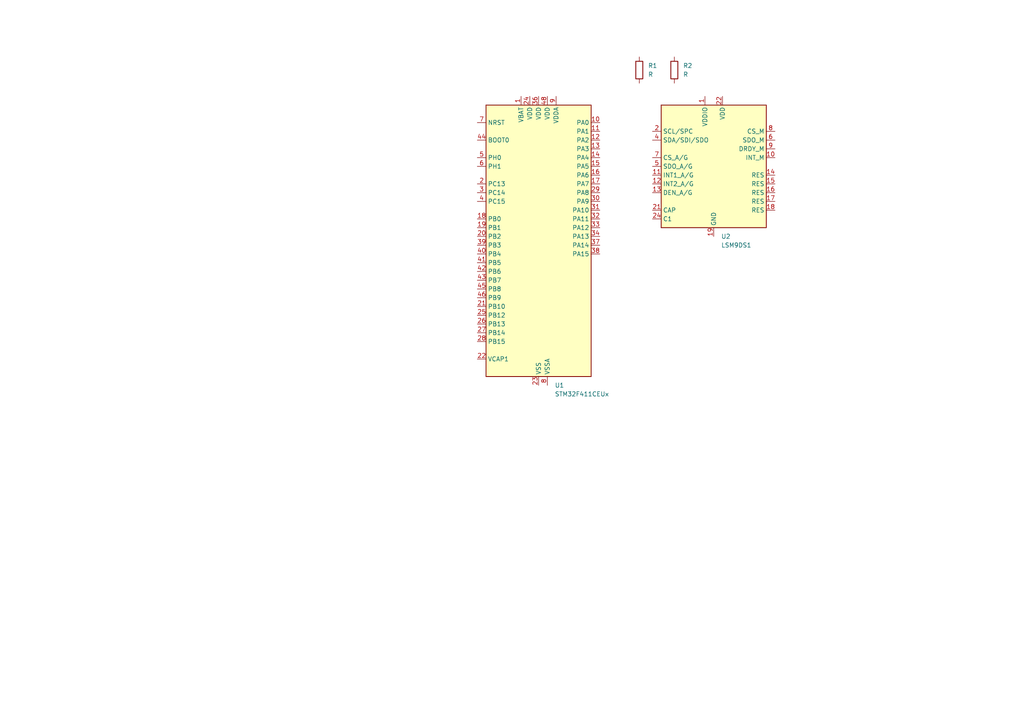
<source format=kicad_sch>
(kicad_sch
	(version 20241209)
	(generator "eeschema")
	(generator_version "9.0")
	(uuid "fad673e6-d216-47ce-9a90-86fe2ea4f559")
	(paper "A4")
	(lib_symbols
		(symbol "Device:R"
			(pin_numbers
				(hide yes)
			)
			(pin_names
				(offset 0)
			)
			(exclude_from_sim no)
			(in_bom yes)
			(on_board yes)
			(property "Reference" "R"
				(at 2.032 0 90)
				(effects
					(font
						(size 1.27 1.27)
					)
				)
			)
			(property "Value" "R"
				(at 0 0 90)
				(effects
					(font
						(size 1.27 1.27)
					)
				)
			)
			(property "Footprint" ""
				(at -1.778 0 90)
				(effects
					(font
						(size 1.27 1.27)
					)
					(hide yes)
				)
			)
			(property "Datasheet" "~"
				(at 0 0 0)
				(effects
					(font
						(size 1.27 1.27)
					)
					(hide yes)
				)
			)
			(property "Description" "Resistor"
				(at 0 0 0)
				(effects
					(font
						(size 1.27 1.27)
					)
					(hide yes)
				)
			)
			(property "ki_keywords" "R res resistor"
				(at 0 0 0)
				(effects
					(font
						(size 1.27 1.27)
					)
					(hide yes)
				)
			)
			(property "ki_fp_filters" "R_*"
				(at 0 0 0)
				(effects
					(font
						(size 1.27 1.27)
					)
					(hide yes)
				)
			)
			(symbol "R_0_1"
				(rectangle
					(start -1.016 -2.54)
					(end 1.016 2.54)
					(stroke
						(width 0.254)
						(type default)
					)
					(fill
						(type none)
					)
				)
			)
			(symbol "R_1_1"
				(pin passive line
					(at 0 3.81 270)
					(length 1.27)
					(name "~"
						(effects
							(font
								(size 1.27 1.27)
							)
						)
					)
					(number "1"
						(effects
							(font
								(size 1.27 1.27)
							)
						)
					)
				)
				(pin passive line
					(at 0 -3.81 90)
					(length 1.27)
					(name "~"
						(effects
							(font
								(size 1.27 1.27)
							)
						)
					)
					(number "2"
						(effects
							(font
								(size 1.27 1.27)
							)
						)
					)
				)
			)
			(embedded_fonts no)
		)
		(symbol "MCU_ST_STM32F4:STM32F411CEUx"
			(exclude_from_sim no)
			(in_bom yes)
			(on_board yes)
			(property "Reference" "U"
				(at -15.24 41.91 0)
				(effects
					(font
						(size 1.27 1.27)
					)
					(justify left)
				)
			)
			(property "Value" "STM32F411CEUx"
				(at 7.62 41.91 0)
				(effects
					(font
						(size 1.27 1.27)
					)
					(justify left)
				)
			)
			(property "Footprint" "Package_DFN_QFN:QFN-48-1EP_7x7mm_P0.5mm_EP5.6x5.6mm"
				(at -15.24 -38.1 0)
				(effects
					(font
						(size 1.27 1.27)
					)
					(justify right)
					(hide yes)
				)
			)
			(property "Datasheet" "https://www.st.com/resource/en/datasheet/stm32f411ce.pdf"
				(at 0 0 0)
				(effects
					(font
						(size 1.27 1.27)
					)
					(hide yes)
				)
			)
			(property "Description" "STMicroelectronics Arm Cortex-M4 MCU, 512KB flash, 128KB RAM, 100 MHz, 1.7-3.6V, 36 GPIO, UFQFPN48"
				(at 0 0 0)
				(effects
					(font
						(size 1.27 1.27)
					)
					(hide yes)
				)
			)
			(property "ki_keywords" "Arm Cortex-M4 STM32F4 STM32F411"
				(at 0 0 0)
				(effects
					(font
						(size 1.27 1.27)
					)
					(hide yes)
				)
			)
			(property "ki_fp_filters" "QFN*1EP*7x7mm*P0.5mm*"
				(at 0 0 0)
				(effects
					(font
						(size 1.27 1.27)
					)
					(hide yes)
				)
			)
			(symbol "STM32F411CEUx_0_1"
				(rectangle
					(start -15.24 -38.1)
					(end 15.24 40.64)
					(stroke
						(width 0.254)
						(type default)
					)
					(fill
						(type background)
					)
				)
			)
			(symbol "STM32F411CEUx_1_1"
				(pin input line
					(at -17.78 35.56 0)
					(length 2.54)
					(name "NRST"
						(effects
							(font
								(size 1.27 1.27)
							)
						)
					)
					(number "7"
						(effects
							(font
								(size 1.27 1.27)
							)
						)
					)
				)
				(pin input line
					(at -17.78 30.48 0)
					(length 2.54)
					(name "BOOT0"
						(effects
							(font
								(size 1.27 1.27)
							)
						)
					)
					(number "44"
						(effects
							(font
								(size 1.27 1.27)
							)
						)
					)
				)
				(pin bidirectional line
					(at -17.78 25.4 0)
					(length 2.54)
					(name "PH0"
						(effects
							(font
								(size 1.27 1.27)
							)
						)
					)
					(number "5"
						(effects
							(font
								(size 1.27 1.27)
							)
						)
					)
					(alternate "RCC_OSC_IN" bidirectional line)
				)
				(pin bidirectional line
					(at -17.78 22.86 0)
					(length 2.54)
					(name "PH1"
						(effects
							(font
								(size 1.27 1.27)
							)
						)
					)
					(number "6"
						(effects
							(font
								(size 1.27 1.27)
							)
						)
					)
					(alternate "RCC_OSC_OUT" bidirectional line)
				)
				(pin bidirectional line
					(at -17.78 17.78 0)
					(length 2.54)
					(name "PC13"
						(effects
							(font
								(size 1.27 1.27)
							)
						)
					)
					(number "2"
						(effects
							(font
								(size 1.27 1.27)
							)
						)
					)
					(alternate "RTC_AF1" bidirectional line)
				)
				(pin bidirectional line
					(at -17.78 15.24 0)
					(length 2.54)
					(name "PC14"
						(effects
							(font
								(size 1.27 1.27)
							)
						)
					)
					(number "3"
						(effects
							(font
								(size 1.27 1.27)
							)
						)
					)
					(alternate "RCC_OSC32_IN" bidirectional line)
				)
				(pin bidirectional line
					(at -17.78 12.7 0)
					(length 2.54)
					(name "PC15"
						(effects
							(font
								(size 1.27 1.27)
							)
						)
					)
					(number "4"
						(effects
							(font
								(size 1.27 1.27)
							)
						)
					)
					(alternate "ADC1_EXTI15" bidirectional line)
					(alternate "RCC_OSC32_OUT" bidirectional line)
				)
				(pin bidirectional line
					(at -17.78 7.62 0)
					(length 2.54)
					(name "PB0"
						(effects
							(font
								(size 1.27 1.27)
							)
						)
					)
					(number "18"
						(effects
							(font
								(size 1.27 1.27)
							)
						)
					)
					(alternate "ADC1_IN8" bidirectional line)
					(alternate "I2S5_CK" bidirectional line)
					(alternate "SPI5_SCK" bidirectional line)
					(alternate "TIM1_CH2N" bidirectional line)
					(alternate "TIM3_CH3" bidirectional line)
				)
				(pin bidirectional line
					(at -17.78 5.08 0)
					(length 2.54)
					(name "PB1"
						(effects
							(font
								(size 1.27 1.27)
							)
						)
					)
					(number "19"
						(effects
							(font
								(size 1.27 1.27)
							)
						)
					)
					(alternate "ADC1_IN9" bidirectional line)
					(alternate "I2S5_WS" bidirectional line)
					(alternate "SPI5_NSS" bidirectional line)
					(alternate "TIM1_CH3N" bidirectional line)
					(alternate "TIM3_CH4" bidirectional line)
				)
				(pin bidirectional line
					(at -17.78 2.54 0)
					(length 2.54)
					(name "PB2"
						(effects
							(font
								(size 1.27 1.27)
							)
						)
					)
					(number "20"
						(effects
							(font
								(size 1.27 1.27)
							)
						)
					)
				)
				(pin bidirectional line
					(at -17.78 0 0)
					(length 2.54)
					(name "PB3"
						(effects
							(font
								(size 1.27 1.27)
							)
						)
					)
					(number "39"
						(effects
							(font
								(size 1.27 1.27)
							)
						)
					)
					(alternate "I2C2_SDA" bidirectional line)
					(alternate "I2S1_CK" bidirectional line)
					(alternate "I2S3_CK" bidirectional line)
					(alternate "SPI1_SCK" bidirectional line)
					(alternate "SPI3_SCK" bidirectional line)
					(alternate "SYS_JTDO-SWO" bidirectional line)
					(alternate "TIM2_CH2" bidirectional line)
					(alternate "USART1_RX" bidirectional line)
				)
				(pin bidirectional line
					(at -17.78 -2.54 0)
					(length 2.54)
					(name "PB4"
						(effects
							(font
								(size 1.27 1.27)
							)
						)
					)
					(number "40"
						(effects
							(font
								(size 1.27 1.27)
							)
						)
					)
					(alternate "I2C3_SDA" bidirectional line)
					(alternate "I2S3_ext_SD" bidirectional line)
					(alternate "SDIO_D0" bidirectional line)
					(alternate "SPI1_MISO" bidirectional line)
					(alternate "SPI3_MISO" bidirectional line)
					(alternate "SYS_JTRST" bidirectional line)
					(alternate "TIM3_CH1" bidirectional line)
				)
				(pin bidirectional line
					(at -17.78 -5.08 0)
					(length 2.54)
					(name "PB5"
						(effects
							(font
								(size 1.27 1.27)
							)
						)
					)
					(number "41"
						(effects
							(font
								(size 1.27 1.27)
							)
						)
					)
					(alternate "I2C1_SMBA" bidirectional line)
					(alternate "I2S1_SD" bidirectional line)
					(alternate "I2S3_SD" bidirectional line)
					(alternate "SDIO_D3" bidirectional line)
					(alternate "SPI1_MOSI" bidirectional line)
					(alternate "SPI3_MOSI" bidirectional line)
					(alternate "TIM3_CH2" bidirectional line)
				)
				(pin bidirectional line
					(at -17.78 -7.62 0)
					(length 2.54)
					(name "PB6"
						(effects
							(font
								(size 1.27 1.27)
							)
						)
					)
					(number "42"
						(effects
							(font
								(size 1.27 1.27)
							)
						)
					)
					(alternate "I2C1_SCL" bidirectional line)
					(alternate "TIM4_CH1" bidirectional line)
					(alternate "USART1_TX" bidirectional line)
				)
				(pin bidirectional line
					(at -17.78 -10.16 0)
					(length 2.54)
					(name "PB7"
						(effects
							(font
								(size 1.27 1.27)
							)
						)
					)
					(number "43"
						(effects
							(font
								(size 1.27 1.27)
							)
						)
					)
					(alternate "I2C1_SDA" bidirectional line)
					(alternate "SDIO_D0" bidirectional line)
					(alternate "TIM4_CH2" bidirectional line)
					(alternate "USART1_RX" bidirectional line)
				)
				(pin bidirectional line
					(at -17.78 -12.7 0)
					(length 2.54)
					(name "PB8"
						(effects
							(font
								(size 1.27 1.27)
							)
						)
					)
					(number "45"
						(effects
							(font
								(size 1.27 1.27)
							)
						)
					)
					(alternate "I2C1_SCL" bidirectional line)
					(alternate "I2C3_SDA" bidirectional line)
					(alternate "I2S5_SD" bidirectional line)
					(alternate "SDIO_D4" bidirectional line)
					(alternate "SPI5_MOSI" bidirectional line)
					(alternate "TIM10_CH1" bidirectional line)
					(alternate "TIM4_CH3" bidirectional line)
				)
				(pin bidirectional line
					(at -17.78 -15.24 0)
					(length 2.54)
					(name "PB9"
						(effects
							(font
								(size 1.27 1.27)
							)
						)
					)
					(number "46"
						(effects
							(font
								(size 1.27 1.27)
							)
						)
					)
					(alternate "I2C1_SDA" bidirectional line)
					(alternate "I2C2_SDA" bidirectional line)
					(alternate "I2S2_WS" bidirectional line)
					(alternate "SDIO_D5" bidirectional line)
					(alternate "SPI2_NSS" bidirectional line)
					(alternate "TIM11_CH1" bidirectional line)
					(alternate "TIM4_CH4" bidirectional line)
				)
				(pin bidirectional line
					(at -17.78 -17.78 0)
					(length 2.54)
					(name "PB10"
						(effects
							(font
								(size 1.27 1.27)
							)
						)
					)
					(number "21"
						(effects
							(font
								(size 1.27 1.27)
							)
						)
					)
					(alternate "I2C2_SCL" bidirectional line)
					(alternate "I2S2_CK" bidirectional line)
					(alternate "I2S3_MCK" bidirectional line)
					(alternate "SDIO_D7" bidirectional line)
					(alternate "SPI2_SCK" bidirectional line)
					(alternate "TIM2_CH3" bidirectional line)
				)
				(pin bidirectional line
					(at -17.78 -20.32 0)
					(length 2.54)
					(name "PB12"
						(effects
							(font
								(size 1.27 1.27)
							)
						)
					)
					(number "25"
						(effects
							(font
								(size 1.27 1.27)
							)
						)
					)
					(alternate "I2C2_SMBA" bidirectional line)
					(alternate "I2S2_WS" bidirectional line)
					(alternate "I2S3_CK" bidirectional line)
					(alternate "I2S4_WS" bidirectional line)
					(alternate "SPI2_NSS" bidirectional line)
					(alternate "SPI3_SCK" bidirectional line)
					(alternate "SPI4_NSS" bidirectional line)
					(alternate "TIM1_BKIN" bidirectional line)
				)
				(pin bidirectional line
					(at -17.78 -22.86 0)
					(length 2.54)
					(name "PB13"
						(effects
							(font
								(size 1.27 1.27)
							)
						)
					)
					(number "26"
						(effects
							(font
								(size 1.27 1.27)
							)
						)
					)
					(alternate "I2S2_CK" bidirectional line)
					(alternate "I2S4_CK" bidirectional line)
					(alternate "SPI2_SCK" bidirectional line)
					(alternate "SPI4_SCK" bidirectional line)
					(alternate "TIM1_CH1N" bidirectional line)
				)
				(pin bidirectional line
					(at -17.78 -25.4 0)
					(length 2.54)
					(name "PB14"
						(effects
							(font
								(size 1.27 1.27)
							)
						)
					)
					(number "27"
						(effects
							(font
								(size 1.27 1.27)
							)
						)
					)
					(alternate "I2S2_ext_SD" bidirectional line)
					(alternate "SDIO_D6" bidirectional line)
					(alternate "SPI2_MISO" bidirectional line)
					(alternate "TIM1_CH2N" bidirectional line)
				)
				(pin bidirectional line
					(at -17.78 -27.94 0)
					(length 2.54)
					(name "PB15"
						(effects
							(font
								(size 1.27 1.27)
							)
						)
					)
					(number "28"
						(effects
							(font
								(size 1.27 1.27)
							)
						)
					)
					(alternate "ADC1_EXTI15" bidirectional line)
					(alternate "I2S2_SD" bidirectional line)
					(alternate "RTC_REFIN" bidirectional line)
					(alternate "SDIO_CK" bidirectional line)
					(alternate "SPI2_MOSI" bidirectional line)
					(alternate "TIM1_CH3N" bidirectional line)
				)
				(pin power_out line
					(at -17.78 -33.02 0)
					(length 2.54)
					(name "VCAP1"
						(effects
							(font
								(size 1.27 1.27)
							)
						)
					)
					(number "22"
						(effects
							(font
								(size 1.27 1.27)
							)
						)
					)
				)
				(pin power_in line
					(at -5.08 43.18 270)
					(length 2.54)
					(name "VBAT"
						(effects
							(font
								(size 1.27 1.27)
							)
						)
					)
					(number "1"
						(effects
							(font
								(size 1.27 1.27)
							)
						)
					)
				)
				(pin power_in line
					(at -2.54 43.18 270)
					(length 2.54)
					(name "VDD"
						(effects
							(font
								(size 1.27 1.27)
							)
						)
					)
					(number "24"
						(effects
							(font
								(size 1.27 1.27)
							)
						)
					)
				)
				(pin power_in line
					(at 0 43.18 270)
					(length 2.54)
					(name "VDD"
						(effects
							(font
								(size 1.27 1.27)
							)
						)
					)
					(number "36"
						(effects
							(font
								(size 1.27 1.27)
							)
						)
					)
				)
				(pin power_in line
					(at 0 -40.64 90)
					(length 2.54)
					(name "VSS"
						(effects
							(font
								(size 1.27 1.27)
							)
						)
					)
					(number "23"
						(effects
							(font
								(size 1.27 1.27)
							)
						)
					)
				)
				(pin passive line
					(at 0 -40.64 90)
					(length 2.54)
					(hide yes)
					(name "VSS"
						(effects
							(font
								(size 1.27 1.27)
							)
						)
					)
					(number "35"
						(effects
							(font
								(size 1.27 1.27)
							)
						)
					)
				)
				(pin passive line
					(at 0 -40.64 90)
					(length 2.54)
					(hide yes)
					(name "VSS"
						(effects
							(font
								(size 1.27 1.27)
							)
						)
					)
					(number "47"
						(effects
							(font
								(size 1.27 1.27)
							)
						)
					)
				)
				(pin passive line
					(at 0 -40.64 90)
					(length 2.54)
					(hide yes)
					(name "VSS"
						(effects
							(font
								(size 1.27 1.27)
							)
						)
					)
					(number "49"
						(effects
							(font
								(size 1.27 1.27)
							)
						)
					)
				)
				(pin power_in line
					(at 2.54 43.18 270)
					(length 2.54)
					(name "VDD"
						(effects
							(font
								(size 1.27 1.27)
							)
						)
					)
					(number "48"
						(effects
							(font
								(size 1.27 1.27)
							)
						)
					)
				)
				(pin power_in line
					(at 2.54 -40.64 90)
					(length 2.54)
					(name "VSSA"
						(effects
							(font
								(size 1.27 1.27)
							)
						)
					)
					(number "8"
						(effects
							(font
								(size 1.27 1.27)
							)
						)
					)
				)
				(pin power_in line
					(at 5.08 43.18 270)
					(length 2.54)
					(name "VDDA"
						(effects
							(font
								(size 1.27 1.27)
							)
						)
					)
					(number "9"
						(effects
							(font
								(size 1.27 1.27)
							)
						)
					)
				)
				(pin bidirectional line
					(at 17.78 35.56 180)
					(length 2.54)
					(name "PA0"
						(effects
							(font
								(size 1.27 1.27)
							)
						)
					)
					(number "10"
						(effects
							(font
								(size 1.27 1.27)
							)
						)
					)
					(alternate "ADC1_IN0" bidirectional line)
					(alternate "SYS_WKUP" bidirectional line)
					(alternate "TIM2_CH1" bidirectional line)
					(alternate "TIM2_ETR" bidirectional line)
					(alternate "TIM5_CH1" bidirectional line)
					(alternate "USART2_CTS" bidirectional line)
				)
				(pin bidirectional line
					(at 17.78 33.02 180)
					(length 2.54)
					(name "PA1"
						(effects
							(font
								(size 1.27 1.27)
							)
						)
					)
					(number "11"
						(effects
							(font
								(size 1.27 1.27)
							)
						)
					)
					(alternate "ADC1_IN1" bidirectional line)
					(alternate "I2S4_SD" bidirectional line)
					(alternate "SPI4_MOSI" bidirectional line)
					(alternate "TIM2_CH2" bidirectional line)
					(alternate "TIM5_CH2" bidirectional line)
					(alternate "USART2_RTS" bidirectional line)
				)
				(pin bidirectional line
					(at 17.78 30.48 180)
					(length 2.54)
					(name "PA2"
						(effects
							(font
								(size 1.27 1.27)
							)
						)
					)
					(number "12"
						(effects
							(font
								(size 1.27 1.27)
							)
						)
					)
					(alternate "ADC1_IN2" bidirectional line)
					(alternate "I2S_CKIN" bidirectional line)
					(alternate "TIM2_CH3" bidirectional line)
					(alternate "TIM5_CH3" bidirectional line)
					(alternate "TIM9_CH1" bidirectional line)
					(alternate "USART2_TX" bidirectional line)
				)
				(pin bidirectional line
					(at 17.78 27.94 180)
					(length 2.54)
					(name "PA3"
						(effects
							(font
								(size 1.27 1.27)
							)
						)
					)
					(number "13"
						(effects
							(font
								(size 1.27 1.27)
							)
						)
					)
					(alternate "ADC1_IN3" bidirectional line)
					(alternate "I2S2_MCK" bidirectional line)
					(alternate "TIM2_CH4" bidirectional line)
					(alternate "TIM5_CH4" bidirectional line)
					(alternate "TIM9_CH2" bidirectional line)
					(alternate "USART2_RX" bidirectional line)
				)
				(pin bidirectional line
					(at 17.78 25.4 180)
					(length 2.54)
					(name "PA4"
						(effects
							(font
								(size 1.27 1.27)
							)
						)
					)
					(number "14"
						(effects
							(font
								(size 1.27 1.27)
							)
						)
					)
					(alternate "ADC1_IN4" bidirectional line)
					(alternate "I2S1_WS" bidirectional line)
					(alternate "I2S3_WS" bidirectional line)
					(alternate "SPI1_NSS" bidirectional line)
					(alternate "SPI3_NSS" bidirectional line)
					(alternate "USART2_CK" bidirectional line)
				)
				(pin bidirectional line
					(at 17.78 22.86 180)
					(length 2.54)
					(name "PA5"
						(effects
							(font
								(size 1.27 1.27)
							)
						)
					)
					(number "15"
						(effects
							(font
								(size 1.27 1.27)
							)
						)
					)
					(alternate "ADC1_IN5" bidirectional line)
					(alternate "I2S1_CK" bidirectional line)
					(alternate "SPI1_SCK" bidirectional line)
					(alternate "TIM2_CH1" bidirectional line)
					(alternate "TIM2_ETR" bidirectional line)
				)
				(pin bidirectional line
					(at 17.78 20.32 180)
					(length 2.54)
					(name "PA6"
						(effects
							(font
								(size 1.27 1.27)
							)
						)
					)
					(number "16"
						(effects
							(font
								(size 1.27 1.27)
							)
						)
					)
					(alternate "ADC1_IN6" bidirectional line)
					(alternate "I2S2_MCK" bidirectional line)
					(alternate "SDIO_CMD" bidirectional line)
					(alternate "SPI1_MISO" bidirectional line)
					(alternate "TIM1_BKIN" bidirectional line)
					(alternate "TIM3_CH1" bidirectional line)
				)
				(pin bidirectional line
					(at 17.78 17.78 180)
					(length 2.54)
					(name "PA7"
						(effects
							(font
								(size 1.27 1.27)
							)
						)
					)
					(number "17"
						(effects
							(font
								(size 1.27 1.27)
							)
						)
					)
					(alternate "ADC1_IN7" bidirectional line)
					(alternate "I2S1_SD" bidirectional line)
					(alternate "SPI1_MOSI" bidirectional line)
					(alternate "TIM1_CH1N" bidirectional line)
					(alternate "TIM3_CH2" bidirectional line)
				)
				(pin bidirectional line
					(at 17.78 15.24 180)
					(length 2.54)
					(name "PA8"
						(effects
							(font
								(size 1.27 1.27)
							)
						)
					)
					(number "29"
						(effects
							(font
								(size 1.27 1.27)
							)
						)
					)
					(alternate "I2C3_SCL" bidirectional line)
					(alternate "RCC_MCO_1" bidirectional line)
					(alternate "SDIO_D1" bidirectional line)
					(alternate "TIM1_CH1" bidirectional line)
					(alternate "USART1_CK" bidirectional line)
					(alternate "USB_OTG_FS_SOF" bidirectional line)
				)
				(pin bidirectional line
					(at 17.78 12.7 180)
					(length 2.54)
					(name "PA9"
						(effects
							(font
								(size 1.27 1.27)
							)
						)
					)
					(number "30"
						(effects
							(font
								(size 1.27 1.27)
							)
						)
					)
					(alternate "I2C3_SMBA" bidirectional line)
					(alternate "SDIO_D2" bidirectional line)
					(alternate "TIM1_CH2" bidirectional line)
					(alternate "USART1_TX" bidirectional line)
					(alternate "USB_OTG_FS_VBUS" bidirectional line)
				)
				(pin bidirectional line
					(at 17.78 10.16 180)
					(length 2.54)
					(name "PA10"
						(effects
							(font
								(size 1.27 1.27)
							)
						)
					)
					(number "31"
						(effects
							(font
								(size 1.27 1.27)
							)
						)
					)
					(alternate "I2S5_SD" bidirectional line)
					(alternate "SPI5_MOSI" bidirectional line)
					(alternate "TIM1_CH3" bidirectional line)
					(alternate "USART1_RX" bidirectional line)
					(alternate "USB_OTG_FS_ID" bidirectional line)
				)
				(pin bidirectional line
					(at 17.78 7.62 180)
					(length 2.54)
					(name "PA11"
						(effects
							(font
								(size 1.27 1.27)
							)
						)
					)
					(number "32"
						(effects
							(font
								(size 1.27 1.27)
							)
						)
					)
					(alternate "ADC1_EXTI11" bidirectional line)
					(alternate "SPI4_MISO" bidirectional line)
					(alternate "TIM1_CH4" bidirectional line)
					(alternate "USART1_CTS" bidirectional line)
					(alternate "USART6_TX" bidirectional line)
					(alternate "USB_OTG_FS_DM" bidirectional line)
				)
				(pin bidirectional line
					(at 17.78 5.08 180)
					(length 2.54)
					(name "PA12"
						(effects
							(font
								(size 1.27 1.27)
							)
						)
					)
					(number "33"
						(effects
							(font
								(size 1.27 1.27)
							)
						)
					)
					(alternate "SPI5_MISO" bidirectional line)
					(alternate "TIM1_ETR" bidirectional line)
					(alternate "USART1_RTS" bidirectional line)
					(alternate "USART6_RX" bidirectional line)
					(alternate "USB_OTG_FS_DP" bidirectional line)
				)
				(pin bidirectional line
					(at 17.78 2.54 180)
					(length 2.54)
					(name "PA13"
						(effects
							(font
								(size 1.27 1.27)
							)
						)
					)
					(number "34"
						(effects
							(font
								(size 1.27 1.27)
							)
						)
					)
					(alternate "SYS_JTMS-SWDIO" bidirectional line)
				)
				(pin bidirectional line
					(at 17.78 0 180)
					(length 2.54)
					(name "PA14"
						(effects
							(font
								(size 1.27 1.27)
							)
						)
					)
					(number "37"
						(effects
							(font
								(size 1.27 1.27)
							)
						)
					)
					(alternate "SYS_JTCK-SWCLK" bidirectional line)
				)
				(pin bidirectional line
					(at 17.78 -2.54 180)
					(length 2.54)
					(name "PA15"
						(effects
							(font
								(size 1.27 1.27)
							)
						)
					)
					(number "38"
						(effects
							(font
								(size 1.27 1.27)
							)
						)
					)
					(alternate "ADC1_EXTI15" bidirectional line)
					(alternate "I2S1_WS" bidirectional line)
					(alternate "I2S3_WS" bidirectional line)
					(alternate "SPI1_NSS" bidirectional line)
					(alternate "SPI3_NSS" bidirectional line)
					(alternate "SYS_JTDI" bidirectional line)
					(alternate "TIM2_CH1" bidirectional line)
					(alternate "TIM2_ETR" bidirectional line)
					(alternate "USART1_TX" bidirectional line)
				)
			)
			(embedded_fonts no)
		)
		(symbol "Sensor_Motion:LSM9DS1"
			(exclude_from_sim no)
			(in_bom yes)
			(on_board yes)
			(property "Reference" "U"
				(at -15.24 21.59 0)
				(effects
					(font
						(size 1.27 1.27)
					)
					(justify left)
				)
			)
			(property "Value" "LSM9DS1"
				(at -15.24 19.05 0)
				(effects
					(font
						(size 1.27 1.27)
					)
					(justify left)
				)
			)
			(property "Footprint" "Package_LGA:LGA-24L_3x3.5mm_P0.43mm"
				(at 38.1 19.05 0)
				(effects
					(font
						(size 1.27 1.27)
					)
					(hide yes)
				)
			)
			(property "Datasheet" "https://www.digikey.com/htmldatasheets/production/1639232/0/0/1/LSM9DS1-Datasheet.pdf"
				(at 0 2.54 0)
				(effects
					(font
						(size 1.27 1.27)
					)
					(hide yes)
				)
			)
			(property "Description" "I2C SPI 9 axis IMU accelerometer gyroscope magnetometer"
				(at 0 0 0)
				(effects
					(font
						(size 1.27 1.27)
					)
					(hide yes)
				)
			)
			(property "ki_keywords" "I2C SPI IMU accelerometer gyroscope magnetometer"
				(at 0 0 0)
				(effects
					(font
						(size 1.27 1.27)
					)
					(hide yes)
				)
			)
			(property "ki_fp_filters" "LGA*3x3.5mm*P0.43mm*"
				(at 0 0 0)
				(effects
					(font
						(size 1.27 1.27)
					)
					(hide yes)
				)
			)
			(symbol "LSM9DS1_0_1"
				(rectangle
					(start -15.24 17.78)
					(end 15.24 -17.78)
					(stroke
						(width 0.254)
						(type default)
					)
					(fill
						(type background)
					)
				)
			)
			(symbol "LSM9DS1_1_1"
				(pin input line
					(at -17.78 10.16 0)
					(length 2.54)
					(name "SCL/SPC"
						(effects
							(font
								(size 1.27 1.27)
							)
						)
					)
					(number "2"
						(effects
							(font
								(size 1.27 1.27)
							)
						)
					)
				)
				(pin bidirectional line
					(at -17.78 7.62 0)
					(length 2.54)
					(name "SDA/SDI/SDO"
						(effects
							(font
								(size 1.27 1.27)
							)
						)
					)
					(number "4"
						(effects
							(font
								(size 1.27 1.27)
							)
						)
					)
				)
				(pin input line
					(at -17.78 2.54 0)
					(length 2.54)
					(name "CS_A/G"
						(effects
							(font
								(size 1.27 1.27)
							)
						)
					)
					(number "7"
						(effects
							(font
								(size 1.27 1.27)
							)
						)
					)
				)
				(pin output line
					(at -17.78 0 0)
					(length 2.54)
					(name "SDO_A/G"
						(effects
							(font
								(size 1.27 1.27)
							)
						)
					)
					(number "5"
						(effects
							(font
								(size 1.27 1.27)
							)
						)
					)
				)
				(pin output line
					(at -17.78 -2.54 0)
					(length 2.54)
					(name "INT1_A/G"
						(effects
							(font
								(size 1.27 1.27)
							)
						)
					)
					(number "11"
						(effects
							(font
								(size 1.27 1.27)
							)
						)
					)
				)
				(pin output line
					(at -17.78 -5.08 0)
					(length 2.54)
					(name "INT2_A/G"
						(effects
							(font
								(size 1.27 1.27)
							)
						)
					)
					(number "12"
						(effects
							(font
								(size 1.27 1.27)
							)
						)
					)
				)
				(pin input line
					(at -17.78 -7.62 0)
					(length 2.54)
					(name "DEN_A/G"
						(effects
							(font
								(size 1.27 1.27)
							)
						)
					)
					(number "13"
						(effects
							(font
								(size 1.27 1.27)
							)
						)
					)
				)
				(pin passive line
					(at -17.78 -12.7 0)
					(length 2.54)
					(name "CAP"
						(effects
							(font
								(size 1.27 1.27)
							)
						)
					)
					(number "21"
						(effects
							(font
								(size 1.27 1.27)
							)
						)
					)
				)
				(pin passive line
					(at -17.78 -15.24 0)
					(length 2.54)
					(name "C1"
						(effects
							(font
								(size 1.27 1.27)
							)
						)
					)
					(number "24"
						(effects
							(font
								(size 1.27 1.27)
							)
						)
					)
				)
				(pin power_in line
					(at -2.54 20.32 270)
					(length 2.54)
					(name "VDDIO"
						(effects
							(font
								(size 1.27 1.27)
							)
						)
					)
					(number "1"
						(effects
							(font
								(size 1.27 1.27)
							)
						)
					)
				)
				(pin passive line
					(at -2.54 20.32 270)
					(length 2.54)
					(hide yes)
					(name "VDDIO"
						(effects
							(font
								(size 1.27 1.27)
							)
						)
					)
					(number "3"
						(effects
							(font
								(size 1.27 1.27)
							)
						)
					)
				)
				(pin power_in line
					(at 0 -20.32 90)
					(length 2.54)
					(name "GND"
						(effects
							(font
								(size 1.27 1.27)
							)
						)
					)
					(number "19"
						(effects
							(font
								(size 1.27 1.27)
							)
						)
					)
				)
				(pin passive line
					(at 0 -20.32 90)
					(length 2.54)
					(hide yes)
					(name "GND"
						(effects
							(font
								(size 1.27 1.27)
							)
						)
					)
					(number "20"
						(effects
							(font
								(size 1.27 1.27)
							)
						)
					)
				)
				(pin power_in line
					(at 2.54 20.32 270)
					(length 2.54)
					(name "VDD"
						(effects
							(font
								(size 1.27 1.27)
							)
						)
					)
					(number "22"
						(effects
							(font
								(size 1.27 1.27)
							)
						)
					)
				)
				(pin passive line
					(at 2.54 20.32 270)
					(length 2.54)
					(hide yes)
					(name "VDD"
						(effects
							(font
								(size 1.27 1.27)
							)
						)
					)
					(number "23"
						(effects
							(font
								(size 1.27 1.27)
							)
						)
					)
				)
				(pin input line
					(at 17.78 10.16 180)
					(length 2.54)
					(name "CS_M"
						(effects
							(font
								(size 1.27 1.27)
							)
						)
					)
					(number "8"
						(effects
							(font
								(size 1.27 1.27)
							)
						)
					)
				)
				(pin output line
					(at 17.78 7.62 180)
					(length 2.54)
					(name "SDO_M"
						(effects
							(font
								(size 1.27 1.27)
							)
						)
					)
					(number "6"
						(effects
							(font
								(size 1.27 1.27)
							)
						)
					)
				)
				(pin output line
					(at 17.78 5.08 180)
					(length 2.54)
					(name "DRDY_M"
						(effects
							(font
								(size 1.27 1.27)
							)
						)
					)
					(number "9"
						(effects
							(font
								(size 1.27 1.27)
							)
						)
					)
				)
				(pin output line
					(at 17.78 2.54 180)
					(length 2.54)
					(name "INT_M"
						(effects
							(font
								(size 1.27 1.27)
							)
						)
					)
					(number "10"
						(effects
							(font
								(size 1.27 1.27)
							)
						)
					)
				)
				(pin bidirectional line
					(at 17.78 -2.54 180)
					(length 2.54)
					(name "RES"
						(effects
							(font
								(size 1.27 1.27)
							)
						)
					)
					(number "14"
						(effects
							(font
								(size 1.27 1.27)
							)
						)
					)
				)
				(pin bidirectional line
					(at 17.78 -5.08 180)
					(length 2.54)
					(name "RES"
						(effects
							(font
								(size 1.27 1.27)
							)
						)
					)
					(number "15"
						(effects
							(font
								(size 1.27 1.27)
							)
						)
					)
				)
				(pin bidirectional line
					(at 17.78 -7.62 180)
					(length 2.54)
					(name "RES"
						(effects
							(font
								(size 1.27 1.27)
							)
						)
					)
					(number "16"
						(effects
							(font
								(size 1.27 1.27)
							)
						)
					)
				)
				(pin bidirectional line
					(at 17.78 -10.16 180)
					(length 2.54)
					(name "RES"
						(effects
							(font
								(size 1.27 1.27)
							)
						)
					)
					(number "17"
						(effects
							(font
								(size 1.27 1.27)
							)
						)
					)
				)
				(pin bidirectional line
					(at 17.78 -12.7 180)
					(length 2.54)
					(name "RES"
						(effects
							(font
								(size 1.27 1.27)
							)
						)
					)
					(number "18"
						(effects
							(font
								(size 1.27 1.27)
							)
						)
					)
				)
			)
			(embedded_fonts no)
		)
	)
	(symbol
		(lib_id "Device:R")
		(at 195.58 20.32 0)
		(unit 1)
		(exclude_from_sim no)
		(in_bom yes)
		(on_board yes)
		(dnp no)
		(fields_autoplaced yes)
		(uuid "58f539e0-606c-40dc-82a9-5140b0ffe0a7")
		(property "Reference" "R2"
			(at 198.12 19.0499 0)
			(effects
				(font
					(size 1.27 1.27)
				)
				(justify left)
			)
		)
		(property "Value" "R"
			(at 198.12 21.5899 0)
			(effects
				(font
					(size 1.27 1.27)
				)
				(justify left)
			)
		)
		(property "Footprint" ""
			(at 193.802 20.32 90)
			(effects
				(font
					(size 1.27 1.27)
				)
				(hide yes)
			)
		)
		(property "Datasheet" "~"
			(at 195.58 20.32 0)
			(effects
				(font
					(size 1.27 1.27)
				)
				(hide yes)
			)
		)
		(property "Description" "Resistor"
			(at 195.58 20.32 0)
			(effects
				(font
					(size 1.27 1.27)
				)
				(hide yes)
			)
		)
		(pin "2"
			(uuid "be834920-b676-4a27-ba1b-468ccd66be86")
		)
		(pin "1"
			(uuid "fae7d138-19e5-41d6-b167-1003faef7daa")
		)
		(instances
			(project "robot arm sensor integration"
				(path "/fad673e6-d216-47ce-9a90-86fe2ea4f559"
					(reference "R2")
					(unit 1)
				)
			)
		)
	)
	(symbol
		(lib_id "MCU_ST_STM32F4:STM32F411CEUx")
		(at 156.21 71.12 0)
		(unit 1)
		(exclude_from_sim no)
		(in_bom yes)
		(on_board yes)
		(dnp no)
		(fields_autoplaced yes)
		(uuid "67fa0f3b-eb5a-488a-a9bc-55ca96cca415")
		(property "Reference" "U1"
			(at 160.8933 111.76 0)
			(effects
				(font
					(size 1.27 1.27)
				)
				(justify left)
			)
		)
		(property "Value" "STM32F411CEUx"
			(at 160.8933 114.3 0)
			(effects
				(font
					(size 1.27 1.27)
				)
				(justify left)
			)
		)
		(property "Footprint" "Package_DFN_QFN:QFN-48-1EP_7x7mm_P0.5mm_EP5.6x5.6mm"
			(at 140.97 109.22 0)
			(effects
				(font
					(size 1.27 1.27)
				)
				(justify right)
				(hide yes)
			)
		)
		(property "Datasheet" "https://www.st.com/resource/en/datasheet/stm32f411ce.pdf"
			(at 156.21 71.12 0)
			(effects
				(font
					(size 1.27 1.27)
				)
				(hide yes)
			)
		)
		(property "Description" "STMicroelectronics Arm Cortex-M4 MCU, 512KB flash, 128KB RAM, 100 MHz, 1.7-3.6V, 36 GPIO, UFQFPN48"
			(at 156.21 71.12 0)
			(effects
				(font
					(size 1.27 1.27)
				)
				(hide yes)
			)
		)
		(pin "6"
			(uuid "e5683be3-be5b-412d-a4f3-d7704277eb25")
		)
		(pin "18"
			(uuid "41fb1494-e2e4-4e78-b828-f615af6d1d3d")
		)
		(pin "44"
			(uuid "a0c09177-a7bc-4a81-9f39-b48e754c5edd")
		)
		(pin "5"
			(uuid "264b9e95-9998-4659-8e6b-310648aa10b0")
		)
		(pin "2"
			(uuid "6b875bab-363a-43a9-9e72-b417f70adc24")
		)
		(pin "3"
			(uuid "8f447a25-ae09-447f-93d7-204195c23986")
		)
		(pin "7"
			(uuid "677b7fdc-919f-4c80-a29a-f35523b1e93a")
		)
		(pin "4"
			(uuid "f2b3271d-f979-43f0-a189-31ffe5d6d872")
		)
		(pin "42"
			(uuid "b392ab60-fc03-4bdb-b236-fda1b9edf185")
		)
		(pin "46"
			(uuid "b78cbaf4-4dad-4145-b9a0-145bad278f0d")
		)
		(pin "26"
			(uuid "750c9cf0-e962-4f17-933b-797f60886589")
		)
		(pin "11"
			(uuid "194b0a33-39b0-48ee-9830-5feffdf764a9")
		)
		(pin "39"
			(uuid "b4cf5b7b-2f87-461e-99f3-a9b6fe58b5ea")
		)
		(pin "1"
			(uuid "1655d11f-a166-4058-96e3-7dc94cf5c729")
		)
		(pin "23"
			(uuid "662b2f95-28aa-46c5-baf3-bfd941995594")
		)
		(pin "24"
			(uuid "3f808a9a-cb33-4bfd-aec1-613fcfb40e98")
		)
		(pin "35"
			(uuid "eb0e11cc-39fb-4f82-b2ae-535045cc4423")
		)
		(pin "10"
			(uuid "ec557c9a-2cce-4efb-b3de-22092e4752e6")
		)
		(pin "45"
			(uuid "80e93549-bc1f-47b4-8893-03d23fe4b7ab")
		)
		(pin "43"
			(uuid "f663992f-bd70-4119-946f-c7c3e1f79f3f")
		)
		(pin "36"
			(uuid "6586949f-b26c-4b00-b5ff-1c89e632a580")
		)
		(pin "21"
			(uuid "7a6c2dfa-307d-4d8f-bce9-b38b428bb0db")
		)
		(pin "49"
			(uuid "27e17dc4-6cf3-4234-bb7d-dcce531b9616")
		)
		(pin "41"
			(uuid "d3fcfa65-b947-4159-a67a-cea8e0cd6f48")
		)
		(pin "28"
			(uuid "01dcf7c6-5aa9-447f-a2b1-8801da0e8852")
		)
		(pin "19"
			(uuid "83b671bf-a71d-4124-a5c8-5310d1e242d7")
		)
		(pin "22"
			(uuid "c663b3b0-aa5e-4fd3-88ad-200e20eec87b")
		)
		(pin "40"
			(uuid "b89974c6-5113-47df-9dc8-9167dbc67ea5")
		)
		(pin "25"
			(uuid "15688c22-e993-4103-b4be-f766ebe76f9d")
		)
		(pin "48"
			(uuid "b0ee49b4-fea8-4643-aee5-34525c82ddba")
		)
		(pin "47"
			(uuid "f32538c0-7b08-4c37-b63e-54b7906434a9")
		)
		(pin "8"
			(uuid "48298435-53f1-425b-9b5a-bfc7919ff6e7")
		)
		(pin "20"
			(uuid "255ab6cf-d0f4-4a0d-b016-dbad15ea1dbc")
		)
		(pin "27"
			(uuid "bb8d6b73-33f8-4783-8e14-0480d407ba06")
		)
		(pin "13"
			(uuid "33912461-79a6-4e36-95f0-2d27750a3b86")
		)
		(pin "9"
			(uuid "12e25535-8e0a-4176-86e2-976b258fe192")
		)
		(pin "12"
			(uuid "d79adb6e-9634-4837-8c72-2fc188b6e8da")
		)
		(pin "16"
			(uuid "33b4c9dc-1ec3-40da-9377-b25c970ebaa4")
		)
		(pin "17"
			(uuid "53279ec4-4200-4630-bcc2-69c5ddfcf2f0")
		)
		(pin "15"
			(uuid "0693982b-7d1b-424d-81e0-c2d69d15b734")
		)
		(pin "29"
			(uuid "98b83537-18d1-4aa9-978a-b67f434ca326")
		)
		(pin "30"
			(uuid "fa082746-b641-4657-b370-10967269073b")
		)
		(pin "31"
			(uuid "af41d6a7-093f-4d8f-8225-8f4203d9e0e1")
		)
		(pin "14"
			(uuid "51228e81-8f3d-4b6b-9c85-e959deb61202")
		)
		(pin "32"
			(uuid "253a33d1-5155-4ec7-84c1-2ebb78b0e503")
		)
		(pin "38"
			(uuid "8bd55031-fcdd-4230-a951-aef6e6def831")
		)
		(pin "34"
			(uuid "cae7577d-4043-42fc-9d94-61802397ee6a")
		)
		(pin "33"
			(uuid "35d122a2-5e57-4db1-87f7-e9dfd1204b67")
		)
		(pin "37"
			(uuid "763d6836-de9f-474d-9b89-044e9ccad45f")
		)
		(instances
			(project ""
				(path "/fad673e6-d216-47ce-9a90-86fe2ea4f559"
					(reference "U1")
					(unit 1)
				)
			)
		)
	)
	(symbol
		(lib_id "Device:R")
		(at 185.42 20.32 0)
		(unit 1)
		(exclude_from_sim no)
		(in_bom yes)
		(on_board yes)
		(dnp no)
		(fields_autoplaced yes)
		(uuid "c9cf2b84-0968-41b8-b5e7-59a365773dd1")
		(property "Reference" "R1"
			(at 187.96 19.0499 0)
			(effects
				(font
					(size 1.27 1.27)
				)
				(justify left)
			)
		)
		(property "Value" "R"
			(at 187.96 21.5899 0)
			(effects
				(font
					(size 1.27 1.27)
				)
				(justify left)
			)
		)
		(property "Footprint" ""
			(at 183.642 20.32 90)
			(effects
				(font
					(size 1.27 1.27)
				)
				(hide yes)
			)
		)
		(property "Datasheet" "~"
			(at 185.42 20.32 0)
			(effects
				(font
					(size 1.27 1.27)
				)
				(hide yes)
			)
		)
		(property "Description" "Resistor"
			(at 185.42 20.32 0)
			(effects
				(font
					(size 1.27 1.27)
				)
				(hide yes)
			)
		)
		(pin "2"
			(uuid "d4303e51-273f-4ad6-9fbf-8054cb61c90d")
		)
		(pin "1"
			(uuid "6e031e92-c87a-443c-a5ee-4dd337f4b059")
		)
		(instances
			(project ""
				(path "/fad673e6-d216-47ce-9a90-86fe2ea4f559"
					(reference "R1")
					(unit 1)
				)
			)
		)
	)
	(symbol
		(lib_id "Sensor_Motion:LSM9DS1")
		(at 207.01 48.26 0)
		(unit 1)
		(exclude_from_sim no)
		(in_bom yes)
		(on_board yes)
		(dnp no)
		(fields_autoplaced yes)
		(uuid "f4fef293-700c-4652-83b7-7ba8c3085501")
		(property "Reference" "U2"
			(at 209.1533 68.58 0)
			(effects
				(font
					(size 1.27 1.27)
				)
				(justify left)
			)
		)
		(property "Value" "LSM9DS1"
			(at 209.1533 71.12 0)
			(effects
				(font
					(size 1.27 1.27)
				)
				(justify left)
			)
		)
		(property "Footprint" "Package_LGA:LGA-24L_3x3.5mm_P0.43mm"
			(at 245.11 29.21 0)
			(effects
				(font
					(size 1.27 1.27)
				)
				(hide yes)
			)
		)
		(property "Datasheet" "https://www.digikey.com/htmldatasheets/production/1639232/0/0/1/LSM9DS1-Datasheet.pdf"
			(at 207.01 45.72 0)
			(effects
				(font
					(size 1.27 1.27)
				)
				(hide yes)
			)
		)
		(property "Description" "I2C SPI 9 axis IMU accelerometer gyroscope magnetometer"
			(at 207.01 48.26 0)
			(effects
				(font
					(size 1.27 1.27)
				)
				(hide yes)
			)
		)
		(pin "17"
			(uuid "ea709ac9-ee2a-480f-96ad-7c96fb27affb")
		)
		(pin "11"
			(uuid "dce0d2be-d873-47e8-8a9d-1c27b200031e")
		)
		(pin "7"
			(uuid "6b7c37e3-9119-4e17-bb2d-dda6b59a5a3c")
		)
		(pin "21"
			(uuid "ed08a2ce-a700-487a-bb28-b2b6b1207770")
		)
		(pin "20"
			(uuid "c4c92bc0-789f-4664-aef2-1c8e1e853827")
		)
		(pin "9"
			(uuid "03d88871-e519-48d3-ac3b-040bbde002bb")
		)
		(pin "23"
			(uuid "2b00f9cf-02d9-4c96-875f-8b245d6a96b2")
		)
		(pin "1"
			(uuid "6e927c7e-4d48-4757-97d2-af4e65b83350")
		)
		(pin "14"
			(uuid "672933c0-70f5-4ac0-8c7b-c07693b847f2")
		)
		(pin "22"
			(uuid "28d6a622-a867-4224-9cc9-80abd23cf95e")
		)
		(pin "24"
			(uuid "0c673be9-65c0-468a-ba42-96e41d25a7a5")
		)
		(pin "4"
			(uuid "459c8dc1-bfc2-4311-af0e-a7b104f41f7b")
		)
		(pin "19"
			(uuid "0a82d103-f76d-44cf-b08e-eacb4bcb5a49")
		)
		(pin "6"
			(uuid "5a415cf1-1fd0-4a95-95ea-2e207e0e5ec2")
		)
		(pin "5"
			(uuid "32cdc368-bde8-4274-83e5-d8b45e26dbd1")
		)
		(pin "10"
			(uuid "0832241e-7637-4fc1-bed0-1cad43b110d1")
		)
		(pin "2"
			(uuid "e31d2d81-a15f-4a6a-a678-9cdfa60c5bc9")
		)
		(pin "8"
			(uuid "e27e5791-a762-4827-8404-323e9526fb58")
		)
		(pin "12"
			(uuid "1b72d6a4-7671-4a09-bcc0-9da4128d2218")
		)
		(pin "15"
			(uuid "222c87cf-b6e2-4082-a9a3-152210042bfb")
		)
		(pin "3"
			(uuid "b9ba8b7f-03c1-4dfb-8a62-6bd4b567f315")
		)
		(pin "16"
			(uuid "07a56897-f5b0-40c9-b3ad-76bddbe01157")
		)
		(pin "13"
			(uuid "5167dc44-8415-4c03-9921-f8ffe731f564")
		)
		(pin "18"
			(uuid "9a69a0dc-dd2a-4872-b4cf-486025cafbef")
		)
		(instances
			(project ""
				(path "/fad673e6-d216-47ce-9a90-86fe2ea4f559"
					(reference "U2")
					(unit 1)
				)
			)
		)
	)
	(sheet_instances
		(path "/"
			(page "1")
		)
	)
	(embedded_fonts no)
)

</source>
